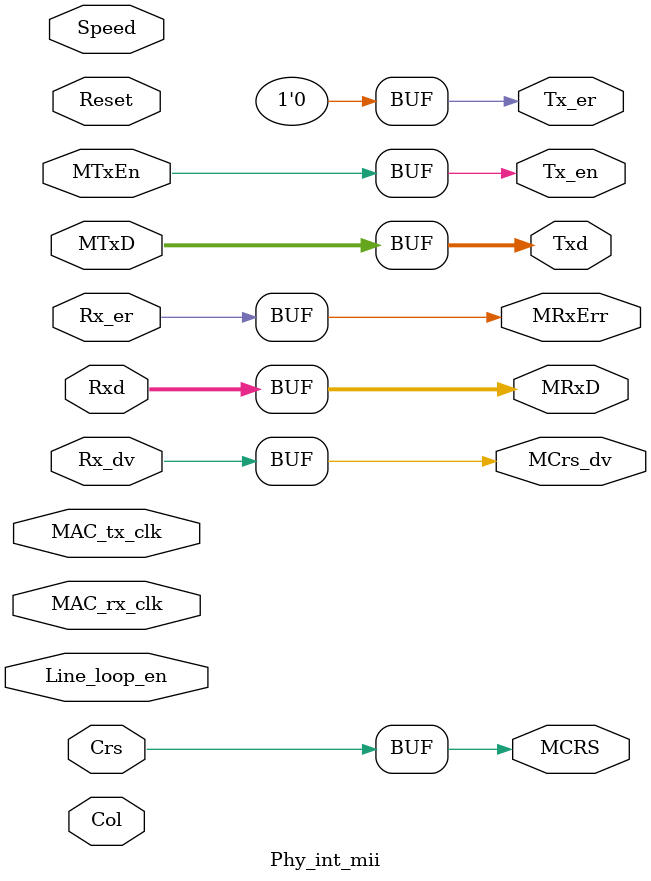
<source format=v>

module Phy_int_mii (
Reset               ,
MAC_rx_clk          ,
MAC_tx_clk          ,
//Rx interface      ,
MCrs_dv             ,
MRxD                ,
MRxErr              ,
//Tx interface      ,
MTxD                ,
MTxEn               ,
MCRS                ,
//Phy interface     ,
Tx_er               ,
Tx_en               ,
Txd                 ,
Rx_er               ,
Rx_dv               ,
Rxd                 ,
Crs                 ,
Col                 ,
//host interface    ,
Line_loop_en        ,
Speed               

);
input           Reset               ;
input           MAC_rx_clk          ;
input           MAC_tx_clk          ;
                //Rx interface
output          MCrs_dv             ;       
output  [7:0]   MRxD                ;       
output          MRxErr              ;       
                //Tx interface
input   [7:0]   MTxD                ;
input           MTxEn               ;   
output          MCRS                ;
                //Phy interface
output          Tx_er               ;
output          Tx_en               ;
output  [7:0]   Txd                 ;
input           Rx_er               ;
input           Rx_dv               ;
input   [7:0]   Rxd                 ;
input           Crs                 ;
input           Col                 ;
                //host interface
input           Line_loop_en        ;
input   [2:0]   Speed               ;

assign Tx_er='d0;
assign Tx_en=MTxEn;
assign Txd=MTxD;
assign MCrs_dv=Rx_dv;
assign MRxD=Rxd;
assign MRxErr=Rx_er;
assign MCRS = Crs;


/*
//******************************************************************************
//internal signals                                                              
//******************************************************************************
reg     [7:0]   MTxD_dl1            ;
reg             MTxEn_dl1           ;
reg             Tx_odd_data_ptr     ;  
reg             Rx_odd_data_ptr     ;
reg             Tx_en               ;
reg     [7:0]   Txd                 ;
reg             MCrs_dv             ;
reg     [7:0]   MRxD                ;
reg             Rx_er_dl1           ;
reg             Rx_dv_dl1           ;
reg             Rx_dv_dl2           ;
reg     [7:0]   Rxd_dl1             ;
reg     [7:0]   Rxd_dl2             ;
reg             Crs_dl1             ;
reg             Col_dl1             ;
//******************************************************************************
//Tx control                                                              
//******************************************************************************
//reg boundery signals
always @ (posedge MAC_tx_clk or posedge Reset)
    if (Reset)
        begin
        MTxD_dl1            <=0;
        MTxEn_dl1           <=0;
        end  
    else
        begin
        MTxD_dl1            <=MTxD  ;
        MTxEn_dl1           <=MTxEn ;
        end 
     
always @ (posedge MAC_tx_clk or posedge Reset)
    if (Reset)   
        Tx_odd_data_ptr     <=0;
    else if (!MTxD_dl1)
        Tx_odd_data_ptr     <=0;
    else 
        Tx_odd_data_ptr     <=!Tx_odd_data_ptr;
        

always @ (posedge MAC_tx_clk or posedge Reset)
    if (Reset)  
        Txd                 <=0;
    else if(Speed[2]&&MTxEn_dl1)
        Txd                 <=MTxD_dl1;
    else if(MTxEn_dl1&&!Tx_odd_data_ptr)
        Txd                 <={4'b0,MTxD_dl1[3:0]};
    else if(MTxEn_dl1&&Tx_odd_data_ptr)
        Txd                 <={4'b0,MTxD_dl1[7:4]};
    else
        Txd                 <=0;

always @ (posedge MAC_tx_clk or posedge Reset)
    if (Reset)  
        Tx_en               <=0;
    else if(MTxEn_dl1)
        Tx_en               <=1;    
    else
        Tx_en               <=0;

assign Tx_er=0;

//******************************************************************************
//Rx control                                                              
//******************************************************************************
//reg boundery signals
always @ (posedge MAC_rx_clk or posedge Reset)
    if (Reset)  
        begin
        Rx_er_dl1           <=0;
        Rx_dv_dl1           <=0;
        Rx_dv_dl2           <=0 ;
        Rxd_dl1             <=0;
        Rxd_dl2             <=0;
        Crs_dl1             <=0;
        Col_dl1             <=0;
        end
    else
        begin
        Rx_er_dl1           <=Rx_er     ;
        Rx_dv_dl1           <=Rx_dv     ;
        Rx_dv_dl2           <=Rx_dv_dl1 ;
        Rxd_dl1             <=Rxd       ;
        Rxd_dl2             <=Rxd_dl1   ;
        Crs_dl1             <=Crs       ;
        Col_dl1             <=Col       ;
        end     

assign MRxErr   =Rx_er_dl1      ;
assign MCRS     =Crs_dl1        ;

always @ (posedge MAC_rx_clk or posedge Reset)
    if (Reset)  
        MCrs_dv         <=0;
    else if(Line_loop_en)
        MCrs_dv         <=Tx_en;
    else if(Rx_dv_dl2)
        MCrs_dv         <=1;
    else
        MCrs_dv         <=0;

always @ (posedge MAC_rx_clk or posedge Reset)
    if (Reset)   
        Rx_odd_data_ptr     <=0;
    else if (!Rx_dv_dl1)
        Rx_odd_data_ptr     <=0;
    else 
        Rx_odd_data_ptr     <=!Rx_odd_data_ptr;
        
always @ (posedge MAC_rx_clk or posedge Reset)
    if (Reset)  
        MRxD            <=0;
    else if(Line_loop_en)
        MRxD            <=Txd;
    else if(Speed[2]&&Rx_dv_dl2)
        MRxD            <=Rxd_dl2;
    else if(Rx_dv_dl1&&Rx_odd_data_ptr)
        MRxD            <={Rxd_dl1[3:0],Rxd_dl2[3:0]};
    */
endmodule           

</source>
